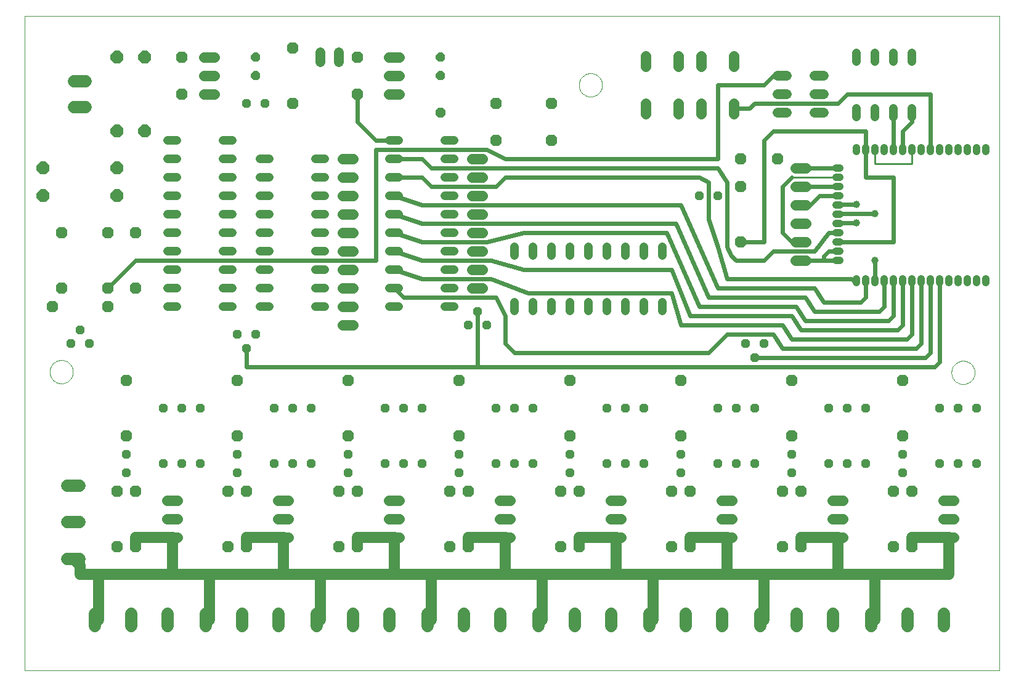
<source format=gbr>
G75*
G70*
%OFA0B0*%
%FSLAX24Y24*%
%IPPOS*%
%LPD*%
%AMOC8*
5,1,8,0,0,1.08239X$1,22.5*
%
%ADD10C,0.0000*%
%ADD11OC8,0.0477*%
%ADD12C,0.0557*%
%ADD13C,0.0677*%
%ADD14OC8,0.0700*%
%ADD15C,0.0517*%
%ADD16OC8,0.0630*%
%ADD17OC8,0.0500*%
%ADD18C,0.0657*%
%ADD19C,0.0394*%
%ADD20C,0.0477*%
%ADD21OC8,0.0557*%
%ADD22C,0.0240*%
%ADD23C,0.0591*%
%ADD24C,0.0100*%
%ADD25C,0.0394*%
D10*
X000101Y000101D02*
X000101Y035534D01*
X052857Y035534D01*
X052857Y000101D01*
X000101Y000101D01*
X001471Y016282D02*
X001473Y016332D01*
X001479Y016382D01*
X001489Y016431D01*
X001503Y016479D01*
X001520Y016526D01*
X001541Y016571D01*
X001566Y016615D01*
X001594Y016656D01*
X001626Y016695D01*
X001660Y016732D01*
X001697Y016766D01*
X001737Y016796D01*
X001779Y016823D01*
X001823Y016847D01*
X001869Y016868D01*
X001916Y016884D01*
X001964Y016897D01*
X002014Y016906D01*
X002063Y016911D01*
X002114Y016912D01*
X002164Y016909D01*
X002213Y016902D01*
X002262Y016891D01*
X002310Y016876D01*
X002356Y016858D01*
X002401Y016836D01*
X002444Y016810D01*
X002485Y016781D01*
X002524Y016749D01*
X002560Y016714D01*
X002592Y016676D01*
X002622Y016636D01*
X002649Y016593D01*
X002672Y016549D01*
X002691Y016503D01*
X002707Y016455D01*
X002719Y016406D01*
X002727Y016357D01*
X002731Y016307D01*
X002731Y016257D01*
X002727Y016207D01*
X002719Y016158D01*
X002707Y016109D01*
X002691Y016061D01*
X002672Y016015D01*
X002649Y015971D01*
X002622Y015928D01*
X002592Y015888D01*
X002560Y015850D01*
X002524Y015815D01*
X002485Y015783D01*
X002444Y015754D01*
X002401Y015728D01*
X002356Y015706D01*
X002310Y015688D01*
X002262Y015673D01*
X002213Y015662D01*
X002164Y015655D01*
X002114Y015652D01*
X002063Y015653D01*
X002014Y015658D01*
X001964Y015667D01*
X001916Y015680D01*
X001869Y015696D01*
X001823Y015717D01*
X001779Y015741D01*
X001737Y015768D01*
X001697Y015798D01*
X001660Y015832D01*
X001626Y015869D01*
X001594Y015908D01*
X001566Y015949D01*
X001541Y015993D01*
X001520Y016038D01*
X001503Y016085D01*
X001489Y016133D01*
X001479Y016182D01*
X001473Y016232D01*
X001471Y016282D01*
X030101Y031813D02*
X030103Y031863D01*
X030109Y031913D01*
X030119Y031962D01*
X030133Y032010D01*
X030150Y032057D01*
X030171Y032102D01*
X030196Y032146D01*
X030224Y032187D01*
X030256Y032226D01*
X030290Y032263D01*
X030327Y032297D01*
X030367Y032327D01*
X030409Y032354D01*
X030453Y032378D01*
X030499Y032399D01*
X030546Y032415D01*
X030594Y032428D01*
X030644Y032437D01*
X030693Y032442D01*
X030744Y032443D01*
X030794Y032440D01*
X030843Y032433D01*
X030892Y032422D01*
X030940Y032407D01*
X030986Y032389D01*
X031031Y032367D01*
X031074Y032341D01*
X031115Y032312D01*
X031154Y032280D01*
X031190Y032245D01*
X031222Y032207D01*
X031252Y032167D01*
X031279Y032124D01*
X031302Y032080D01*
X031321Y032034D01*
X031337Y031986D01*
X031349Y031937D01*
X031357Y031888D01*
X031361Y031838D01*
X031361Y031788D01*
X031357Y031738D01*
X031349Y031689D01*
X031337Y031640D01*
X031321Y031592D01*
X031302Y031546D01*
X031279Y031502D01*
X031252Y031459D01*
X031222Y031419D01*
X031190Y031381D01*
X031154Y031346D01*
X031115Y031314D01*
X031074Y031285D01*
X031031Y031259D01*
X030986Y031237D01*
X030940Y031219D01*
X030892Y031204D01*
X030843Y031193D01*
X030794Y031186D01*
X030744Y031183D01*
X030693Y031184D01*
X030644Y031189D01*
X030594Y031198D01*
X030546Y031211D01*
X030499Y031227D01*
X030453Y031248D01*
X030409Y031272D01*
X030367Y031299D01*
X030327Y031329D01*
X030290Y031363D01*
X030256Y031400D01*
X030224Y031439D01*
X030196Y031480D01*
X030171Y031524D01*
X030150Y031569D01*
X030133Y031616D01*
X030119Y031664D01*
X030109Y031713D01*
X030103Y031763D01*
X030101Y031813D01*
X050258Y016243D02*
X050260Y016293D01*
X050266Y016343D01*
X050276Y016392D01*
X050290Y016440D01*
X050307Y016487D01*
X050328Y016532D01*
X050353Y016576D01*
X050381Y016617D01*
X050413Y016656D01*
X050447Y016693D01*
X050484Y016727D01*
X050524Y016757D01*
X050566Y016784D01*
X050610Y016808D01*
X050656Y016829D01*
X050703Y016845D01*
X050751Y016858D01*
X050801Y016867D01*
X050850Y016872D01*
X050901Y016873D01*
X050951Y016870D01*
X051000Y016863D01*
X051049Y016852D01*
X051097Y016837D01*
X051143Y016819D01*
X051188Y016797D01*
X051231Y016771D01*
X051272Y016742D01*
X051311Y016710D01*
X051347Y016675D01*
X051379Y016637D01*
X051409Y016597D01*
X051436Y016554D01*
X051459Y016510D01*
X051478Y016464D01*
X051494Y016416D01*
X051506Y016367D01*
X051514Y016318D01*
X051518Y016268D01*
X051518Y016218D01*
X051514Y016168D01*
X051506Y016119D01*
X051494Y016070D01*
X051478Y016022D01*
X051459Y015976D01*
X051436Y015932D01*
X051409Y015889D01*
X051379Y015849D01*
X051347Y015811D01*
X051311Y015776D01*
X051272Y015744D01*
X051231Y015715D01*
X051188Y015689D01*
X051143Y015667D01*
X051097Y015649D01*
X051049Y015634D01*
X051000Y015623D01*
X050951Y015616D01*
X050901Y015613D01*
X050850Y015614D01*
X050801Y015619D01*
X050751Y015628D01*
X050703Y015641D01*
X050656Y015657D01*
X050610Y015678D01*
X050566Y015702D01*
X050524Y015729D01*
X050484Y015759D01*
X050447Y015793D01*
X050413Y015830D01*
X050381Y015869D01*
X050353Y015910D01*
X050328Y015954D01*
X050307Y015999D01*
X050290Y016046D01*
X050276Y016094D01*
X050266Y016143D01*
X050260Y016193D01*
X050258Y016243D01*
D11*
X050601Y014313D03*
X051601Y014313D03*
X049601Y014313D03*
X047601Y011813D03*
X047601Y010813D03*
X045601Y011313D03*
X044601Y011313D03*
X043601Y011313D03*
X041601Y010813D03*
X041601Y011813D03*
X039601Y011313D03*
X038601Y011313D03*
X037601Y011313D03*
X035601Y010813D03*
X035601Y011813D03*
X033601Y011313D03*
X032601Y011313D03*
X031601Y011313D03*
X029601Y010813D03*
X029601Y011813D03*
X027601Y011313D03*
X026601Y011313D03*
X025601Y011313D03*
X023601Y010813D03*
X023601Y011813D03*
X021601Y011313D03*
X020601Y011313D03*
X019601Y011313D03*
X017601Y010813D03*
X017601Y011813D03*
X015601Y011313D03*
X014601Y011313D03*
X013601Y011313D03*
X011601Y010813D03*
X011601Y011813D03*
X009601Y011313D03*
X008601Y011313D03*
X007601Y011313D03*
X005601Y010813D03*
X005601Y011813D03*
X007601Y014313D03*
X008601Y014313D03*
X009601Y014313D03*
X013601Y014313D03*
X014601Y014313D03*
X015601Y014313D03*
X019601Y014313D03*
X020601Y014313D03*
X021601Y014313D03*
X025601Y014313D03*
X026601Y014313D03*
X027601Y014313D03*
X031601Y014313D03*
X032601Y014313D03*
X033601Y014313D03*
X037601Y014313D03*
X038601Y014313D03*
X039601Y014313D03*
X039601Y017063D03*
X040101Y017813D03*
X039101Y017813D03*
X043601Y014313D03*
X044601Y014313D03*
X045601Y014313D03*
X049601Y011313D03*
X050601Y011313D03*
X051601Y011313D03*
X037601Y025813D03*
X036601Y025813D03*
X025101Y018813D03*
X024601Y019563D03*
X024101Y018813D03*
X012601Y018313D03*
X012101Y017563D03*
X011601Y018313D03*
X003601Y017813D03*
X003101Y018563D03*
X002601Y017813D03*
X012101Y030813D03*
X013101Y030813D03*
D12*
X010380Y031313D02*
X009822Y031313D01*
X009822Y032313D02*
X010380Y032313D01*
X010380Y033313D02*
X009822Y033313D01*
X017322Y027813D02*
X017880Y027813D01*
X017880Y026813D02*
X017322Y026813D01*
X017322Y025813D02*
X017880Y025813D01*
X017880Y024813D02*
X017322Y024813D01*
X017322Y023813D02*
X017880Y023813D01*
X017880Y022813D02*
X017322Y022813D01*
X017322Y021813D02*
X017880Y021813D01*
X017880Y020813D02*
X017322Y020813D01*
X017322Y019813D02*
X017880Y019813D01*
X017880Y018813D02*
X017322Y018813D01*
X024322Y020813D02*
X024880Y020813D01*
X024880Y021813D02*
X024322Y021813D01*
X024322Y022813D02*
X024880Y022813D01*
X024880Y023813D02*
X024322Y023813D01*
X024322Y024813D02*
X024880Y024813D01*
X024880Y025813D02*
X024322Y025813D01*
X024322Y026813D02*
X024880Y026813D01*
X024880Y027813D02*
X024322Y027813D01*
X020380Y031313D02*
X019822Y031313D01*
X019822Y032313D02*
X020380Y032313D01*
X020380Y033313D02*
X019822Y033313D01*
X033711Y033372D02*
X033711Y032815D01*
X035491Y032815D02*
X035491Y033372D01*
X036711Y033372D02*
X036711Y032815D01*
X038491Y032815D02*
X038491Y033372D01*
X038491Y030812D02*
X038491Y030255D01*
X036711Y030255D02*
X036711Y030812D01*
X035491Y030812D02*
X035491Y030255D01*
X033711Y030255D02*
X033711Y030812D01*
X041822Y027313D02*
X042380Y027313D01*
X042380Y026313D02*
X041822Y026313D01*
X041822Y025313D02*
X042380Y025313D01*
X042380Y024313D02*
X041822Y024313D01*
X041822Y023313D02*
X042380Y023313D01*
X042380Y022313D02*
X041822Y022313D01*
X043822Y009313D02*
X044380Y009313D01*
X044380Y008313D02*
X043822Y008313D01*
X043822Y007313D02*
X044380Y007313D01*
X049822Y007313D02*
X050380Y007313D01*
X050380Y008313D02*
X049822Y008313D01*
X049822Y009313D02*
X050380Y009313D01*
X038380Y009313D02*
X037822Y009313D01*
X037822Y008313D02*
X038380Y008313D01*
X038380Y007313D02*
X037822Y007313D01*
X032380Y007313D02*
X031822Y007313D01*
X031822Y008313D02*
X032380Y008313D01*
X032380Y009313D02*
X031822Y009313D01*
X026380Y009313D02*
X025822Y009313D01*
X025822Y008313D02*
X026380Y008313D01*
X026380Y007313D02*
X025822Y007313D01*
X020380Y007313D02*
X019822Y007313D01*
X019822Y008313D02*
X020380Y008313D01*
X020380Y009313D02*
X019822Y009313D01*
X014380Y009313D02*
X013822Y009313D01*
X013822Y008313D02*
X014380Y008313D01*
X014380Y007313D02*
X013822Y007313D01*
X008380Y007313D02*
X007822Y007313D01*
X007822Y008313D02*
X008380Y008313D01*
X008380Y009313D02*
X007822Y009313D01*
D13*
X003085Y010102D02*
X002408Y010102D01*
X002408Y008132D02*
X003085Y008132D01*
X003085Y006162D02*
X002408Y006162D01*
X003899Y003184D02*
X003899Y002506D01*
X005869Y002506D02*
X005869Y003184D01*
X007839Y003184D02*
X007839Y002506D01*
X009899Y002506D02*
X009899Y003184D01*
X011869Y003184D02*
X011869Y002506D01*
X013839Y002506D02*
X013839Y003184D01*
X015899Y003184D02*
X015899Y002506D01*
X017869Y002506D02*
X017869Y003184D01*
X019839Y003184D02*
X019839Y002506D01*
X021899Y002506D02*
X021899Y003184D01*
X023869Y003184D02*
X023869Y002506D01*
X025839Y002506D02*
X025839Y003184D01*
X027899Y003184D02*
X027899Y002506D01*
X029869Y002506D02*
X029869Y003184D01*
X031839Y003184D02*
X031839Y002506D01*
X033899Y002506D02*
X033899Y003184D01*
X035869Y003184D02*
X035869Y002506D01*
X037839Y002506D02*
X037839Y003184D01*
X039899Y003184D02*
X039899Y002506D01*
X041869Y002506D02*
X041869Y003184D01*
X043839Y003184D02*
X043839Y002506D01*
X045899Y002506D02*
X045899Y003184D01*
X047869Y003184D02*
X047869Y002506D01*
X049839Y002506D02*
X049839Y003184D01*
D14*
X006601Y029313D03*
X005101Y029313D03*
X005101Y027313D03*
X005101Y025813D03*
X001101Y025813D03*
X001101Y027313D03*
X005101Y033313D03*
X006601Y033313D03*
D15*
X016101Y033572D02*
X016101Y033055D01*
X017101Y033055D02*
X017101Y033572D01*
X040842Y032313D02*
X041360Y032313D01*
X042842Y032313D02*
X043360Y032313D01*
X043360Y031313D02*
X042842Y031313D01*
X041360Y031313D02*
X040842Y031313D01*
X040842Y030313D02*
X041360Y030313D01*
X042842Y030313D02*
X043360Y030313D01*
D16*
X040851Y027813D03*
X038851Y027813D03*
X038851Y026313D03*
X038851Y023313D03*
X028601Y028813D03*
X028601Y030813D03*
X025601Y030813D03*
X025601Y028813D03*
X018101Y031313D03*
X018101Y033313D03*
X014601Y033813D03*
X014601Y030813D03*
X008601Y031313D03*
X008601Y033313D03*
X006101Y023813D03*
X004601Y023813D03*
X002101Y023813D03*
X002101Y020813D03*
X001601Y019813D03*
X004601Y019813D03*
X004601Y020813D03*
X006101Y020813D03*
X005601Y015813D03*
X005601Y012813D03*
X006101Y009813D03*
X005101Y009813D03*
X005101Y006813D03*
X006101Y006813D03*
X011101Y006813D03*
X012101Y006813D03*
X012101Y009813D03*
X011101Y009813D03*
X011601Y012813D03*
X011601Y015813D03*
X017601Y015813D03*
X017601Y012813D03*
X018101Y009813D03*
X017101Y009813D03*
X017101Y006813D03*
X018101Y006813D03*
X023101Y006813D03*
X024101Y006813D03*
X024101Y009813D03*
X023101Y009813D03*
X023601Y012813D03*
X023601Y015813D03*
X029601Y015813D03*
X029601Y012813D03*
X030101Y009813D03*
X029101Y009813D03*
X029101Y006813D03*
X030101Y006813D03*
X035101Y006813D03*
X036101Y006813D03*
X036101Y009813D03*
X035101Y009813D03*
X035601Y012813D03*
X035601Y015813D03*
X041601Y015813D03*
X041601Y012813D03*
X042101Y009813D03*
X041101Y009813D03*
X041101Y006813D03*
X042101Y006813D03*
X047101Y006813D03*
X048101Y006813D03*
X048101Y009813D03*
X047101Y009813D03*
X047601Y012813D03*
X047601Y015813D03*
D17*
X022601Y032313D03*
X022601Y033313D03*
X012601Y033313D03*
X012601Y032313D03*
D18*
X003430Y032002D02*
X002772Y032002D01*
X002772Y030624D02*
X003430Y030624D01*
D19*
X044003Y027313D02*
X044199Y027313D01*
X044199Y026813D02*
X044003Y026813D01*
X044003Y026313D02*
X044199Y026313D01*
X044199Y025813D02*
X044003Y025813D01*
X044003Y025313D02*
X044199Y025313D01*
X044199Y024813D02*
X044003Y024813D01*
X044003Y024313D02*
X044199Y024313D01*
X044199Y023813D02*
X044003Y023813D01*
X044003Y023313D02*
X044199Y023313D01*
X044199Y022813D02*
X044003Y022813D01*
X044003Y022313D02*
X044199Y022313D01*
X045101Y021325D02*
X045101Y021129D01*
X045601Y021129D02*
X045601Y021325D01*
X046101Y021325D02*
X046101Y021129D01*
X046601Y021129D02*
X046601Y021325D01*
X047101Y021325D02*
X047101Y021129D01*
X047601Y021129D02*
X047601Y021325D01*
X048101Y021325D02*
X048101Y021129D01*
X048601Y021129D02*
X048601Y021325D01*
X049101Y021325D02*
X049101Y021129D01*
X049601Y021129D02*
X049601Y021325D01*
X050101Y021325D02*
X050101Y021129D01*
X050601Y021129D02*
X050601Y021325D01*
X051101Y021325D02*
X051101Y021129D01*
X051601Y021129D02*
X051601Y021325D01*
X052101Y021325D02*
X052101Y021129D01*
X052101Y028215D02*
X052101Y028411D01*
X051601Y028411D02*
X051601Y028215D01*
X051101Y028215D02*
X051101Y028411D01*
X050601Y028411D02*
X050601Y028215D01*
X050101Y028215D02*
X050101Y028411D01*
X049601Y028411D02*
X049601Y028215D01*
X049101Y028215D02*
X049101Y028411D01*
X048601Y028411D02*
X048601Y028215D01*
X048101Y028215D02*
X048101Y028411D01*
X047601Y028411D02*
X047601Y028215D01*
X047101Y028215D02*
X047101Y028411D01*
X046601Y028411D02*
X046601Y028215D01*
X046101Y028215D02*
X046101Y028411D01*
X045601Y028411D02*
X045601Y028215D01*
X045101Y028215D02*
X045101Y028411D01*
D20*
X045101Y030075D02*
X045101Y030552D01*
X046101Y030552D02*
X046101Y030075D01*
X047101Y030075D02*
X047101Y030552D01*
X048101Y030552D02*
X048101Y030075D01*
X048101Y033075D02*
X048101Y033552D01*
X047101Y033552D02*
X047101Y033075D01*
X046101Y033075D02*
X046101Y033552D01*
X045101Y033552D02*
X045101Y033075D01*
X034601Y023052D02*
X034601Y022575D01*
X033601Y022575D02*
X033601Y023052D01*
X032601Y023052D02*
X032601Y022575D01*
X031601Y022575D02*
X031601Y023052D01*
X030601Y023052D02*
X030601Y022575D01*
X029601Y022575D02*
X029601Y023052D01*
X028601Y023052D02*
X028601Y022575D01*
X027601Y022575D02*
X027601Y023052D01*
X026601Y023052D02*
X026601Y022575D01*
X023340Y022813D02*
X022862Y022813D01*
X022862Y023813D02*
X023340Y023813D01*
X023340Y024813D02*
X022862Y024813D01*
X022862Y025813D02*
X023340Y025813D01*
X023340Y026813D02*
X022862Y026813D01*
X022862Y027813D02*
X023340Y027813D01*
X023340Y028813D02*
X022862Y028813D01*
X020340Y028813D02*
X019862Y028813D01*
X019862Y027813D02*
X020340Y027813D01*
X020340Y026813D02*
X019862Y026813D01*
X019862Y025813D02*
X020340Y025813D01*
X020340Y024813D02*
X019862Y024813D01*
X019862Y023813D02*
X020340Y023813D01*
X020340Y022813D02*
X019862Y022813D01*
X019862Y021813D02*
X020340Y021813D01*
X020340Y020813D02*
X019862Y020813D01*
X019862Y019813D02*
X020340Y019813D01*
X022862Y019813D02*
X023340Y019813D01*
X023340Y020813D02*
X022862Y020813D01*
X022862Y021813D02*
X023340Y021813D01*
X026601Y020052D02*
X026601Y019575D01*
X027601Y019575D02*
X027601Y020052D01*
X028601Y020052D02*
X028601Y019575D01*
X029601Y019575D02*
X029601Y020052D01*
X030601Y020052D02*
X030601Y019575D01*
X031601Y019575D02*
X031601Y020052D01*
X032601Y020052D02*
X032601Y019575D01*
X033601Y019575D02*
X033601Y020052D01*
X034601Y020052D02*
X034601Y019575D01*
X016340Y019813D02*
X015862Y019813D01*
X015862Y020813D02*
X016340Y020813D01*
X016340Y021813D02*
X015862Y021813D01*
X015862Y022813D02*
X016340Y022813D01*
X016340Y023813D02*
X015862Y023813D01*
X015862Y024813D02*
X016340Y024813D01*
X016340Y025813D02*
X015862Y025813D01*
X015862Y026813D02*
X016340Y026813D01*
X016340Y027813D02*
X015862Y027813D01*
X013340Y027813D02*
X012862Y027813D01*
X012862Y026813D02*
X013340Y026813D01*
X013340Y025813D02*
X012862Y025813D01*
X012862Y024813D02*
X013340Y024813D01*
X013340Y023813D02*
X012862Y023813D01*
X012862Y022813D02*
X013340Y022813D01*
X013340Y021813D02*
X012862Y021813D01*
X012862Y020813D02*
X013340Y020813D01*
X013340Y019813D02*
X012862Y019813D01*
X011340Y019813D02*
X010862Y019813D01*
X010862Y020813D02*
X011340Y020813D01*
X011340Y021813D02*
X010862Y021813D01*
X010862Y022813D02*
X011340Y022813D01*
X011340Y023813D02*
X010862Y023813D01*
X010862Y024813D02*
X011340Y024813D01*
X011340Y025813D02*
X010862Y025813D01*
X010862Y026813D02*
X011340Y026813D01*
X011340Y027813D02*
X010862Y027813D01*
X010862Y028813D02*
X011340Y028813D01*
X008340Y028813D02*
X007862Y028813D01*
X007862Y027813D02*
X008340Y027813D01*
X008340Y026813D02*
X007862Y026813D01*
X007862Y025813D02*
X008340Y025813D01*
X008340Y024813D02*
X007862Y024813D01*
X007862Y023813D02*
X008340Y023813D01*
X008340Y022813D02*
X007862Y022813D01*
X007862Y021813D02*
X008340Y021813D01*
X008340Y020813D02*
X007862Y020813D01*
X007862Y019813D02*
X008340Y019813D01*
D21*
X022601Y030313D03*
D22*
X020101Y028813D02*
X019101Y028813D01*
X018101Y029813D01*
X018101Y031313D01*
X019101Y028313D02*
X025101Y028313D01*
X026101Y027813D01*
X037601Y027813D01*
X037601Y031813D01*
X040101Y031813D01*
X040601Y032313D01*
X041101Y032313D01*
X039601Y030813D02*
X044101Y030813D01*
X044601Y031313D01*
X049101Y031313D01*
X049101Y028313D01*
X047601Y028313D02*
X047601Y029313D01*
X048101Y029813D01*
X048101Y030313D01*
X047101Y030313D02*
X047101Y028313D01*
X045601Y028313D02*
X045601Y029313D01*
X040601Y029313D01*
X040101Y028813D01*
X040101Y023313D01*
X038851Y023313D01*
X038101Y023063D02*
X038351Y022563D01*
X038601Y022313D01*
X040101Y022313D01*
X040601Y022813D01*
X042851Y022813D01*
X043601Y023813D01*
X044101Y023813D01*
X044101Y023313D02*
X047101Y023313D01*
X047101Y026813D01*
X045601Y026813D01*
X045601Y028313D01*
X044101Y027313D02*
X042101Y027313D01*
X041601Y026813D02*
X041101Y026313D01*
X041101Y023813D01*
X041601Y023313D01*
X042101Y022313D02*
X043351Y022313D01*
X043351Y022563D01*
X043601Y022813D01*
X044101Y022813D01*
X044101Y022313D02*
X043351Y022313D01*
X044851Y021313D02*
X044937Y021227D01*
X045101Y021227D01*
X044851Y021313D02*
X038101Y021313D01*
X037601Y023063D01*
X037101Y024563D01*
X037101Y026563D01*
X036601Y026813D01*
X026101Y026813D01*
X025601Y026313D01*
X022101Y026313D01*
X021601Y026813D01*
X020101Y026813D01*
X020101Y027813D02*
X021601Y027813D01*
X022101Y027313D01*
X037601Y027313D01*
X038101Y026563D01*
X038101Y023063D01*
X037101Y020313D02*
X035351Y024313D01*
X021601Y024313D01*
X020101Y024813D01*
X020101Y023813D02*
X021601Y023313D01*
X025101Y023313D01*
X027101Y023813D01*
X034851Y023813D01*
X036601Y019813D01*
X041851Y019813D01*
X042351Y019063D01*
X046851Y019063D01*
X047101Y019313D01*
X047101Y021227D01*
X047601Y021227D02*
X047601Y018813D01*
X047351Y018563D01*
X042101Y018563D01*
X041601Y019313D01*
X036101Y019313D01*
X035101Y021813D01*
X027101Y021813D01*
X025351Y022313D01*
X021601Y022313D01*
X020101Y022813D01*
X019101Y022313D02*
X019101Y028313D01*
X020101Y025813D02*
X021601Y025313D01*
X035601Y025313D01*
X037601Y020813D01*
X042851Y020813D01*
X043351Y020063D01*
X045351Y020063D01*
X045601Y020313D01*
X045601Y021227D01*
X046101Y021227D02*
X046101Y022313D01*
X046601Y021227D02*
X046601Y019813D01*
X046351Y019563D01*
X042851Y019563D01*
X042351Y020313D01*
X037101Y020313D01*
X035101Y020563D02*
X035601Y018813D01*
X041101Y018813D01*
X041601Y018063D01*
X047851Y018063D01*
X048101Y018313D01*
X048101Y021227D01*
X048601Y021227D02*
X048601Y017813D01*
X048351Y017563D01*
X041101Y017563D01*
X040601Y018313D01*
X038101Y018313D01*
X037101Y017313D01*
X026601Y017313D01*
X026101Y017813D01*
X026101Y019313D01*
X025601Y020313D01*
X020601Y020313D01*
X020101Y020813D01*
X020101Y021813D02*
X021601Y021313D01*
X025351Y021313D01*
X027351Y020563D01*
X035101Y020563D01*
X039601Y017063D02*
X048851Y017063D01*
X049101Y017313D01*
X049101Y021227D01*
X049601Y021227D02*
X049601Y021313D01*
X049601Y021227D02*
X049601Y016813D01*
X049351Y016563D01*
X024601Y016563D01*
X012101Y016563D01*
X012101Y017563D01*
X006101Y022313D02*
X019101Y022313D01*
X024601Y019563D02*
X024601Y016563D01*
X042101Y025313D02*
X042601Y025313D01*
X043101Y025813D01*
X044101Y025813D01*
X044138Y025351D02*
X045101Y025351D01*
X044138Y025351D02*
X044101Y025313D01*
X044138Y024851D02*
X046101Y024851D01*
X045101Y024351D02*
X044138Y024351D01*
X044101Y024313D01*
X044101Y024813D02*
X044138Y024851D01*
X044101Y026313D02*
X042101Y026313D01*
X039321Y030533D02*
X038491Y030533D01*
X039321Y030533D02*
X039601Y030813D01*
X006101Y022313D02*
X004601Y020813D01*
D23*
X006101Y007313D02*
X006101Y006813D01*
X006101Y007313D02*
X008101Y007313D01*
X008101Y005313D01*
X010101Y005313D01*
X010101Y002845D01*
X009899Y002845D01*
X010101Y005313D02*
X014101Y005313D01*
X014101Y007313D01*
X012101Y007313D01*
X012101Y006813D01*
X014101Y005313D02*
X016101Y005313D01*
X016101Y002845D01*
X015899Y002845D01*
X016101Y005313D02*
X020101Y005313D01*
X020101Y007313D01*
X018101Y007313D01*
X018101Y006813D01*
X020101Y005313D02*
X022101Y005313D01*
X022101Y002845D01*
X021899Y002845D01*
X022101Y005313D02*
X026101Y005313D01*
X026101Y007313D01*
X024101Y007313D01*
X024101Y006813D01*
X026101Y005313D02*
X028101Y005313D01*
X028101Y002845D01*
X027899Y002845D01*
X028101Y005313D02*
X032101Y005313D01*
X032101Y007313D01*
X030101Y007313D01*
X030101Y006813D01*
X032101Y005313D02*
X034101Y005313D01*
X034101Y002845D01*
X033899Y002845D01*
X034101Y005313D02*
X038101Y005313D01*
X038101Y007313D01*
X036101Y007313D01*
X036101Y006813D01*
X038101Y005313D02*
X040101Y005313D01*
X040101Y002845D01*
X039899Y002845D01*
X040101Y005313D02*
X044101Y005313D01*
X044101Y007313D01*
X042101Y007313D01*
X042101Y006813D01*
X044101Y005313D02*
X046101Y005313D01*
X046101Y002845D01*
X045899Y002845D01*
X046101Y005313D02*
X050101Y005313D01*
X050101Y007313D01*
X048101Y007313D01*
X048101Y006813D01*
X008101Y005313D02*
X004101Y005313D01*
X004101Y002845D01*
X003899Y002845D01*
X004101Y005313D02*
X003101Y005313D01*
X003101Y005813D01*
X002747Y006162D01*
D24*
X041601Y023313D02*
X042101Y023313D01*
X045601Y021313D02*
X045601Y021227D01*
X048601Y021227D02*
X048601Y021313D01*
X044101Y026813D02*
X041601Y026813D01*
X046101Y027563D02*
X048101Y027563D01*
X048101Y028313D01*
X046101Y028313D02*
X046101Y027563D01*
D25*
X045101Y025351D03*
X046101Y024851D03*
X045101Y024351D03*
X046101Y022313D03*
M02*

</source>
